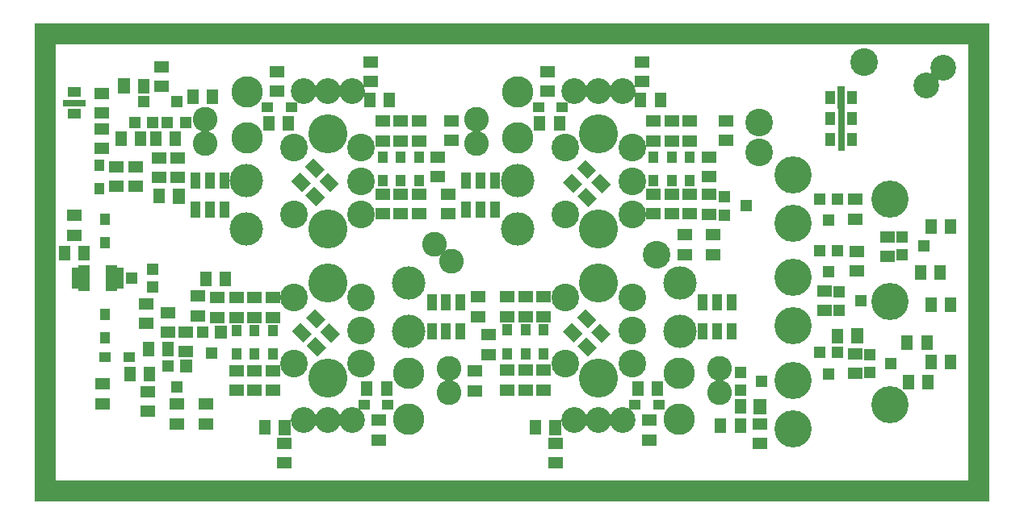
<source format=gbr>
%FSLAX34Y34*%
%MOMM*%
%LNSOLDERMASK_TOP*%
G71*
G01*
%ADD10R,1.600X1.300*%
%ADD11R,1.300X1.300*%
%ADD12R,1.300X1.600*%
%ADD13R,1.000X1.800*%
%ADD14C,3.300*%
%ADD15C,3.500*%
%ADD16R,1.250X1.100*%
%ADD17C,2.600*%
%ADD18C,4.100*%
%ADD19C,2.900*%
%ADD20R,1.100X1.250*%
%ADD21R,1.700X2.200*%
%ADD22R,1.300X2.800*%
%ADD23C,2.200*%
%ADD24R,1.400X1.100*%
%ADD25R,2.400X0.800*%
%ADD26C,2.700*%
%ADD27R,1.100X1.400*%
%ADD28R,0.800X2.400*%
%ADD29C,2.900*%
%ADD30C,3.900*%
%LPD*%
X422606Y-140888D02*
G54D10*
D03*
X422606Y-161488D02*
G54D10*
D03*
X436606Y-102888D02*
G54D10*
D03*
X436606Y-123488D02*
G54D10*
D03*
X433706Y-179766D02*
G54D10*
D03*
X433706Y-200366D02*
G54D10*
D03*
X123627Y-104377D02*
G54D11*
D03*
X104627Y-104377D02*
G54D11*
D03*
X114127Y-82177D02*
G54D11*
D03*
X90225Y-121194D02*
G54D12*
D03*
X110825Y-121194D02*
G54D12*
D03*
X69805Y-131641D02*
G54D10*
D03*
X69805Y-111041D02*
G54D10*
D03*
X158027Y-104378D02*
G54D11*
D03*
X139027Y-104378D02*
G54D11*
D03*
X148527Y-82178D02*
G54D11*
D03*
X126825Y-121194D02*
G54D12*
D03*
X147424Y-121194D02*
G54D12*
D03*
G36*
X87027Y-58177D02*
X100027Y-58177D01*
X100027Y-74177D01*
X87027Y-74177D01*
X87027Y-58177D01*
G37*
X114127Y-66177D02*
G54D12*
D03*
X132572Y-45648D02*
G54D10*
D03*
X132572Y-66248D02*
G54D10*
D03*
X130272Y-141848D02*
G54D10*
D03*
X130272Y-162448D02*
G54D10*
D03*
X149272Y-141848D02*
G54D10*
D03*
X149272Y-162448D02*
G54D10*
D03*
X130380Y-181804D02*
G54D12*
D03*
G36*
X144480Y-173804D02*
X157480Y-173804D01*
X157480Y-189804D01*
X144480Y-189804D01*
X144480Y-173804D01*
G37*
X165459Y-77194D02*
G54D12*
D03*
X186059Y-77194D02*
G54D12*
D03*
X130380Y-181804D02*
G54D12*
D03*
X114127Y-66177D02*
G54D12*
D03*
X452000Y-196000D02*
G54D13*
D03*
X452000Y-165500D02*
G54D13*
D03*
X467200Y-196000D02*
G54D13*
D03*
X467200Y-165500D02*
G54D13*
D03*
X482400Y-196000D02*
G54D13*
D03*
X482400Y-165500D02*
G54D13*
D03*
X506150Y-72550D02*
G54D14*
D03*
X506150Y-120950D02*
G54D14*
D03*
X505800Y-165300D02*
G54D15*
D03*
X505800Y-216100D02*
G54D15*
D03*
X549900Y-105400D02*
G54D12*
D03*
X529300Y-105400D02*
G54D12*
D03*
X528012Y-88433D02*
G54D16*
D03*
X552712Y-88433D02*
G54D16*
D03*
X537553Y-51153D02*
G54D10*
D03*
X537553Y-71753D02*
G54D10*
D03*
X462700Y-126700D02*
G54D17*
D03*
X462700Y-101300D02*
G54D17*
D03*
X168000Y-196000D02*
G54D13*
D03*
X168000Y-165500D02*
G54D13*
D03*
X183200Y-196000D02*
G54D13*
D03*
X183200Y-165500D02*
G54D13*
D03*
X198400Y-196000D02*
G54D13*
D03*
X198400Y-165500D02*
G54D13*
D03*
X307000Y-116000D02*
G54D18*
D03*
X307000Y-216000D02*
G54D18*
D03*
X342000Y-131000D02*
G54D19*
D03*
X272000Y-131000D02*
G54D19*
D03*
X342000Y-166000D02*
G54D19*
D03*
X272000Y-201000D02*
G54D19*
D03*
X342000Y-201000D02*
G54D19*
D03*
X222150Y-72550D02*
G54D14*
D03*
X222150Y-120950D02*
G54D14*
D03*
X221800Y-165300D02*
G54D15*
D03*
X221800Y-216100D02*
G54D15*
D03*
X265900Y-105400D02*
G54D12*
D03*
X245300Y-105400D02*
G54D12*
D03*
X244012Y-88433D02*
G54D16*
D03*
X268712Y-88433D02*
G54D16*
D03*
X253553Y-51153D02*
G54D10*
D03*
X253553Y-71753D02*
G54D10*
D03*
X371859Y-80344D02*
G54D12*
D03*
X351259Y-80344D02*
G54D12*
D03*
X352400Y-41100D02*
G54D10*
D03*
X352400Y-61700D02*
G54D10*
D03*
X364553Y-102953D02*
G54D10*
D03*
X364553Y-123553D02*
G54D10*
D03*
X364747Y-141034D02*
G54D20*
D03*
X364747Y-165734D02*
G54D20*
D03*
X364655Y-179797D02*
G54D10*
D03*
X364655Y-200397D02*
G54D10*
D03*
X364553Y-123553D02*
G54D10*
D03*
X383553Y-102953D02*
G54D10*
D03*
X383553Y-123553D02*
G54D10*
D03*
X383747Y-141034D02*
G54D20*
D03*
X383747Y-165734D02*
G54D20*
D03*
X383655Y-179797D02*
G54D10*
D03*
X383655Y-200397D02*
G54D10*
D03*
X383553Y-123553D02*
G54D10*
D03*
X402553Y-102953D02*
G54D10*
D03*
X402553Y-123553D02*
G54D10*
D03*
X402747Y-141034D02*
G54D20*
D03*
X402747Y-165734D02*
G54D20*
D03*
X402655Y-179797D02*
G54D10*
D03*
X402655Y-200397D02*
G54D10*
D03*
X402553Y-123553D02*
G54D10*
D03*
G36*
X303626Y-153438D02*
X294433Y-162631D01*
X283119Y-151317D01*
X292312Y-142125D01*
X303626Y-153438D01*
G37*
G36*
X289059Y-168005D02*
X279866Y-177198D01*
X268553Y-165884D01*
X277745Y-156691D01*
X289059Y-168005D01*
G37*
X178700Y-126700D02*
G54D17*
D03*
X178700Y-101300D02*
G54D17*
D03*
X433706Y-200366D02*
G54D10*
D03*
X422606Y-161488D02*
G54D10*
D03*
G36*
X318626Y-168439D02*
X309433Y-177631D01*
X298120Y-166317D01*
X307312Y-157125D01*
X318626Y-168439D01*
G37*
G36*
X304059Y-183005D02*
X294866Y-192198D01*
X283553Y-180884D01*
X292745Y-171691D01*
X304059Y-183005D01*
G37*
G36*
X588626Y-154437D02*
X579433Y-163630D01*
X568119Y-152316D01*
X577312Y-143124D01*
X588626Y-154437D01*
G37*
G36*
X574059Y-169004D02*
X564866Y-178196D01*
X553553Y-166882D01*
X562745Y-157690D01*
X574059Y-169004D01*
G37*
G36*
X603626Y-169437D02*
X594433Y-178630D01*
X583119Y-167316D01*
X592312Y-158123D01*
X603626Y-169437D01*
G37*
G36*
X589059Y-184004D02*
X579866Y-193196D01*
X568553Y-181882D01*
X577745Y-172690D01*
X589059Y-184004D01*
G37*
X67512Y-174214D02*
G54D20*
D03*
X67512Y-149514D02*
G54D20*
D03*
X73612Y-205788D02*
G54D20*
D03*
X73612Y-230488D02*
G54D20*
D03*
X85505Y-150847D02*
G54D10*
D03*
X85505Y-171447D02*
G54D10*
D03*
X105405Y-171641D02*
G54D10*
D03*
X105405Y-151041D02*
G54D10*
D03*
X123519Y-258600D02*
G54D11*
D03*
X123519Y-277600D02*
G54D11*
D03*
X101319Y-268100D02*
G54D11*
D03*
X84700Y-268200D02*
G54D21*
D03*
X47200Y-268200D02*
G54D21*
D03*
X80500Y-268200D02*
G54D22*
D03*
X51500Y-268200D02*
G54D22*
D03*
X51469Y-241982D02*
G54D12*
D03*
X30869Y-241982D02*
G54D12*
D03*
X41000Y-222600D02*
G54D10*
D03*
X41000Y-202000D02*
G54D10*
D03*
X105405Y-171641D02*
G54D10*
D03*
G54D23*
X11000Y-491000D02*
X11000Y-11000D01*
G36*
X0Y-491000D02*
X22000Y-491000D01*
X22000Y-502000D01*
X0Y-502000D01*
X0Y-491000D01*
G37*
G36*
X22000Y-11000D02*
X0Y-11000D01*
X0Y0D01*
X22000Y0D01*
X22000Y-11000D01*
G37*
G54D23*
X11000Y-11000D02*
X990000Y-11000D01*
G36*
X990000Y-22000D02*
X990000Y0D01*
X1001000Y0D01*
X1001000Y-22000D01*
X990000Y-22000D01*
G37*
X40896Y-72407D02*
G54D24*
D03*
X40896Y-95407D02*
G54D24*
D03*
X40896Y-83907D02*
G54D25*
D03*
X101319Y-268100D02*
G54D11*
D03*
X123519Y-277600D02*
G54D11*
D03*
X706606Y-140888D02*
G54D10*
D03*
X706606Y-161488D02*
G54D10*
D03*
X724606Y-102888D02*
G54D10*
D03*
X724606Y-123488D02*
G54D10*
D03*
X655659Y-80344D02*
G54D12*
D03*
X635059Y-80344D02*
G54D12*
D03*
X636400Y-41100D02*
G54D10*
D03*
X636400Y-61700D02*
G54D10*
D03*
X648553Y-102953D02*
G54D10*
D03*
X648553Y-123553D02*
G54D10*
D03*
X648747Y-141034D02*
G54D20*
D03*
X648747Y-165734D02*
G54D20*
D03*
X648655Y-179797D02*
G54D10*
D03*
X648655Y-200397D02*
G54D10*
D03*
X648553Y-123553D02*
G54D10*
D03*
X667553Y-102953D02*
G54D10*
D03*
X667553Y-123553D02*
G54D10*
D03*
X667747Y-141034D02*
G54D20*
D03*
X667747Y-165734D02*
G54D20*
D03*
X667655Y-179797D02*
G54D10*
D03*
X667655Y-200397D02*
G54D10*
D03*
X667553Y-123553D02*
G54D10*
D03*
X686553Y-102953D02*
G54D10*
D03*
X686553Y-123553D02*
G54D10*
D03*
X686747Y-141034D02*
G54D20*
D03*
X686747Y-165734D02*
G54D20*
D03*
X686655Y-179797D02*
G54D10*
D03*
X686655Y-200397D02*
G54D10*
D03*
X686553Y-123553D02*
G54D10*
D03*
X706606Y-161488D02*
G54D10*
D03*
X391850Y-416450D02*
G54D14*
D03*
X391850Y-368050D02*
G54D14*
D03*
X392200Y-272900D02*
G54D15*
D03*
X392200Y-323700D02*
G54D15*
D03*
X348101Y-383600D02*
G54D12*
D03*
X368701Y-383600D02*
G54D12*
D03*
X369988Y-400567D02*
G54D16*
D03*
X345288Y-400567D02*
G54D16*
D03*
X360448Y-437847D02*
G54D10*
D03*
X360448Y-417247D02*
G54D10*
D03*
X822437Y-346018D02*
G54D11*
D03*
X841437Y-346017D02*
G54D11*
D03*
X831937Y-368218D02*
G54D11*
D03*
X191324Y-309150D02*
G54D10*
D03*
X191324Y-288550D02*
G54D10*
D03*
X175874Y-324523D02*
G54D11*
D03*
G36*
X188374Y-318023D02*
X201374Y-318023D01*
X201374Y-331023D01*
X188374Y-331023D01*
X188374Y-318023D01*
G37*
X185374Y-346723D02*
G54D11*
D03*
X139415Y-360270D02*
G54D11*
D03*
G36*
X151916Y-353770D02*
X164916Y-353770D01*
X164916Y-366770D01*
X151916Y-366770D01*
X151916Y-353770D01*
G37*
X148916Y-382470D02*
G54D11*
D03*
X158501Y-324564D02*
G54D10*
D03*
X158501Y-345164D02*
G54D10*
D03*
X148809Y-420711D02*
G54D10*
D03*
X148809Y-400111D02*
G54D10*
D03*
X179394Y-420712D02*
G54D10*
D03*
X179394Y-400112D02*
G54D10*
D03*
X171229Y-307302D02*
G54D10*
D03*
X171229Y-286702D02*
G54D10*
D03*
X139129Y-324602D02*
G54D10*
D03*
X139129Y-304002D02*
G54D10*
D03*
X199642Y-268587D02*
G54D12*
D03*
X179042Y-268587D02*
G54D12*
D03*
X139497Y-342592D02*
G54D12*
D03*
X118897Y-342592D02*
G54D12*
D03*
X241141Y-424556D02*
G54D12*
D03*
G36*
X255241Y-416556D02*
X268241Y-416556D01*
X268241Y-432556D01*
X255241Y-432556D01*
X255241Y-416556D01*
G37*
X261600Y-461800D02*
G54D10*
D03*
X261600Y-441200D02*
G54D10*
D03*
X249448Y-385947D02*
G54D10*
D03*
X249448Y-365347D02*
G54D10*
D03*
X249253Y-347866D02*
G54D20*
D03*
X249253Y-323166D02*
G54D20*
D03*
X249345Y-309103D02*
G54D10*
D03*
X249345Y-288503D02*
G54D10*
D03*
X249448Y-365347D02*
G54D10*
D03*
X230448Y-385947D02*
G54D10*
D03*
X230448Y-365347D02*
G54D10*
D03*
X230253Y-347866D02*
G54D20*
D03*
X230253Y-323166D02*
G54D20*
D03*
X230345Y-309103D02*
G54D10*
D03*
X230345Y-288503D02*
G54D10*
D03*
X230448Y-365347D02*
G54D10*
D03*
X211448Y-385947D02*
G54D10*
D03*
X211448Y-365347D02*
G54D10*
D03*
X211253Y-347866D02*
G54D20*
D03*
X211253Y-323166D02*
G54D20*
D03*
X211345Y-309103D02*
G54D10*
D03*
X211345Y-288503D02*
G54D10*
D03*
X211448Y-365347D02*
G54D10*
D03*
X179042Y-268587D02*
G54D12*
D03*
X148809Y-400111D02*
G54D10*
D03*
X73840Y-350463D02*
G54D16*
D03*
X98540Y-350463D02*
G54D16*
D03*
X73612Y-330314D02*
G54D20*
D03*
X73612Y-305614D02*
G54D20*
D03*
X71006Y-399641D02*
G54D10*
D03*
X71006Y-379041D02*
G54D10*
D03*
X120047Y-368847D02*
G54D12*
D03*
X99447Y-368847D02*
G54D12*
D03*
X118093Y-407557D02*
G54D10*
D03*
X118093Y-386957D02*
G54D10*
D03*
X71006Y-379041D02*
G54D10*
D03*
G54D23*
X11000Y-491000D02*
X990000Y-491000D01*
G36*
X11000Y-480000D02*
X11000Y-502000D01*
X0Y-502000D01*
X0Y-480000D01*
X11000Y-480000D01*
G37*
G36*
X990000Y-502000D02*
X990000Y-480000D01*
X1001000Y-480000D01*
X1001000Y-502000D01*
X990000Y-502000D01*
G37*
X118093Y-386957D02*
G54D10*
D03*
G54D23*
X990000Y-11000D02*
X990000Y-491000D01*
X934720Y-65180D02*
G54D26*
D03*
X952680Y-47220D02*
G54D26*
D03*
X436468Y-250468D02*
G54D17*
D03*
X418507Y-232507D02*
G54D17*
D03*
X117000Y-315600D02*
G54D10*
D03*
X117000Y-295000D02*
G54D10*
D03*
X117000Y-295000D02*
G54D10*
D03*
X833911Y-122285D02*
G54D27*
D03*
X856911Y-122285D02*
G54D27*
D03*
X845411Y-122285D02*
G54D28*
D03*
X856912Y-78285D02*
G54D27*
D03*
X833912Y-78285D02*
G54D27*
D03*
G36*
X841411Y-66285D02*
X849411Y-66285D01*
X849412Y-90285D01*
X841412Y-90285D01*
X841411Y-66285D01*
G37*
X856912Y-100285D02*
G54D27*
D03*
X833912Y-100285D02*
G54D27*
D03*
X845411Y-100285D02*
G54D28*
D03*
X869412Y-40569D02*
G54D29*
D03*
X759426Y-104069D02*
G54D29*
D03*
X51469Y-241982D02*
G54D12*
D03*
X616380Y-71723D02*
G54D26*
D03*
X590980Y-71723D02*
G54D26*
D03*
X565580Y-71723D02*
G54D26*
D03*
X332380Y-71723D02*
G54D26*
D03*
X306980Y-71723D02*
G54D26*
D03*
X281580Y-71723D02*
G54D26*
D03*
X281620Y-417277D02*
G54D26*
D03*
X307020Y-417277D02*
G54D26*
D03*
X332420Y-417277D02*
G54D26*
D03*
X69974Y-73830D02*
G54D10*
D03*
X69974Y-94430D02*
G54D10*
D03*
X416000Y-324000D02*
G54D13*
D03*
X416000Y-293500D02*
G54D13*
D03*
X431200Y-324000D02*
G54D13*
D03*
X431200Y-293500D02*
G54D13*
D03*
X446400Y-324000D02*
G54D13*
D03*
X446400Y-293500D02*
G54D13*
D03*
X464906Y-287766D02*
G54D10*
D03*
X464906Y-308366D02*
G54D10*
D03*
X475394Y-348112D02*
G54D10*
D03*
X475394Y-327512D02*
G54D10*
D03*
X461394Y-386112D02*
G54D10*
D03*
X461394Y-365512D02*
G54D10*
D03*
X533408Y-385210D02*
G54D10*
D03*
X533408Y-364610D02*
G54D10*
D03*
X533214Y-347129D02*
G54D20*
D03*
X533214Y-322429D02*
G54D20*
D03*
X533306Y-308366D02*
G54D10*
D03*
X533306Y-287766D02*
G54D10*
D03*
X533408Y-364610D02*
G54D10*
D03*
X514408Y-385210D02*
G54D10*
D03*
X514408Y-364610D02*
G54D10*
D03*
X514214Y-347129D02*
G54D20*
D03*
X514214Y-322429D02*
G54D20*
D03*
X514306Y-308366D02*
G54D10*
D03*
X514306Y-287766D02*
G54D10*
D03*
X514408Y-364610D02*
G54D10*
D03*
X495408Y-385210D02*
G54D10*
D03*
X495408Y-364610D02*
G54D10*
D03*
X495214Y-347129D02*
G54D20*
D03*
X495214Y-322429D02*
G54D20*
D03*
X495306Y-308366D02*
G54D10*
D03*
X495306Y-287766D02*
G54D10*
D03*
X495408Y-364610D02*
G54D10*
D03*
G36*
X588626Y-311529D02*
X579434Y-320722D01*
X568120Y-309408D01*
X577313Y-300215D01*
X588626Y-311529D01*
G37*
G36*
X574059Y-326096D02*
X564867Y-335288D01*
X553553Y-323974D01*
X562746Y-314782D01*
X574059Y-326096D01*
G37*
G36*
X603626Y-326529D02*
X594434Y-335722D01*
X583120Y-324408D01*
X592313Y-315215D01*
X603626Y-326529D01*
G37*
G36*
X589060Y-341096D02*
X579867Y-350288D01*
X568553Y-338975D01*
X577746Y-329782D01*
X589060Y-341096D01*
G37*
X433901Y-362300D02*
G54D17*
D03*
X433900Y-387700D02*
G54D17*
D03*
X675850Y-416450D02*
G54D14*
D03*
X675850Y-368050D02*
G54D14*
D03*
X676200Y-272900D02*
G54D15*
D03*
X676200Y-323700D02*
G54D15*
D03*
X632101Y-383600D02*
G54D12*
D03*
X652701Y-383600D02*
G54D12*
D03*
X653988Y-400567D02*
G54D16*
D03*
X629288Y-400567D02*
G54D16*
D03*
X644448Y-437847D02*
G54D10*
D03*
X644448Y-417247D02*
G54D10*
D03*
X525141Y-424556D02*
G54D12*
D03*
G36*
X539241Y-416556D02*
X552241Y-416556D01*
X552241Y-432556D01*
X539241Y-432556D01*
X539241Y-416556D01*
G37*
X545600Y-461800D02*
G54D10*
D03*
X545600Y-441200D02*
G54D10*
D03*
X565620Y-417277D02*
G54D26*
D03*
X591020Y-417277D02*
G54D26*
D03*
X616420Y-417277D02*
G54D26*
D03*
X700000Y-324000D02*
G54D13*
D03*
X700000Y-293500D02*
G54D13*
D03*
X715200Y-324000D02*
G54D13*
D03*
X715200Y-293500D02*
G54D13*
D03*
X730400Y-324000D02*
G54D13*
D03*
X730400Y-293500D02*
G54D13*
D03*
X717901Y-362300D02*
G54D17*
D03*
X717900Y-387700D02*
G54D17*
D03*
X822437Y-239218D02*
G54D11*
D03*
X841437Y-239217D02*
G54D11*
D03*
X831937Y-261418D02*
G54D11*
D03*
X822437Y-184818D02*
G54D11*
D03*
X841437Y-184817D02*
G54D11*
D03*
X831937Y-207018D02*
G54D11*
D03*
X841665Y-328694D02*
G54D12*
D03*
G36*
X855765Y-320694D02*
X868765Y-320694D01*
X868765Y-336694D01*
X855765Y-336694D01*
X855765Y-320694D01*
G37*
X861712Y-239746D02*
G54D10*
D03*
X861712Y-260347D02*
G54D10*
D03*
X859712Y-185146D02*
G54D10*
D03*
X859712Y-205746D02*
G54D10*
D03*
X794937Y-318218D02*
G54D30*
D03*
X794937Y-267418D02*
G54D30*
D03*
X896537Y-292818D02*
G54D30*
D03*
X794937Y-426218D02*
G54D30*
D03*
X794937Y-375418D02*
G54D30*
D03*
X896537Y-400818D02*
G54D30*
D03*
X794937Y-210218D02*
G54D30*
D03*
X794937Y-159418D02*
G54D30*
D03*
X896537Y-184818D02*
G54D30*
D03*
X875413Y-367337D02*
G54D11*
D03*
X875412Y-348337D02*
G54D11*
D03*
X897613Y-357837D02*
G54D11*
D03*
X960058Y-355793D02*
G54D12*
D03*
X939458Y-355793D02*
G54D12*
D03*
X859688Y-368109D02*
G54D10*
D03*
X859688Y-347510D02*
G54D10*
D03*
X916015Y-377190D02*
G54D12*
D03*
X936615Y-377190D02*
G54D12*
D03*
X843413Y-301337D02*
G54D11*
D03*
X843412Y-282337D02*
G54D11*
D03*
X865613Y-291837D02*
G54D11*
D03*
X827688Y-302109D02*
G54D10*
D03*
X827688Y-281510D02*
G54D10*
D03*
X909413Y-243337D02*
G54D11*
D03*
X909413Y-224337D02*
G54D11*
D03*
X931613Y-233837D02*
G54D11*
D03*
X893688Y-244909D02*
G54D10*
D03*
X893688Y-224310D02*
G54D10*
D03*
X960058Y-295793D02*
G54D12*
D03*
X939458Y-295793D02*
G54D12*
D03*
X960058Y-213793D02*
G54D12*
D03*
X939458Y-213793D02*
G54D12*
D03*
X935072Y-335819D02*
G54D12*
D03*
X914472Y-335819D02*
G54D12*
D03*
X949072Y-261819D02*
G54D12*
D03*
X928472Y-261819D02*
G54D12*
D03*
X681698Y-242948D02*
G54D10*
D03*
X681698Y-222348D02*
G54D10*
D03*
X723196Y-201426D02*
G54D11*
D03*
X723196Y-182426D02*
G54D11*
D03*
X745396Y-191926D02*
G54D11*
D03*
X706506Y-200681D02*
G54D10*
D03*
X706506Y-180081D02*
G54D10*
D03*
X711298Y-242948D02*
G54D10*
D03*
X711298Y-222348D02*
G54D10*
D03*
X739400Y-422400D02*
G54D12*
D03*
X718800Y-422400D02*
G54D12*
D03*
X739400Y-385800D02*
G54D11*
D03*
X739400Y-366800D02*
G54D11*
D03*
X761600Y-376300D02*
G54D11*
D03*
X739400Y-402800D02*
G54D12*
D03*
G36*
X753500Y-394800D02*
X766500Y-394800D01*
X766500Y-410800D01*
X753500Y-410800D01*
X753500Y-394800D01*
G37*
X760000Y-420800D02*
G54D10*
D03*
X760000Y-441400D02*
G54D10*
D03*
X759281Y-135458D02*
G54D29*
D03*
X651518Y-243220D02*
G54D29*
D03*
X591000Y-116000D02*
G54D18*
D03*
X591000Y-216000D02*
G54D18*
D03*
X626000Y-131000D02*
G54D19*
D03*
X556000Y-131000D02*
G54D19*
D03*
X626000Y-166000D02*
G54D19*
D03*
X556000Y-201000D02*
G54D19*
D03*
X626000Y-201000D02*
G54D19*
D03*
X591000Y-273000D02*
G54D18*
D03*
X591000Y-373000D02*
G54D18*
D03*
X626000Y-288000D02*
G54D19*
D03*
X556000Y-288000D02*
G54D19*
D03*
X626000Y-323000D02*
G54D19*
D03*
X556000Y-358000D02*
G54D19*
D03*
X626000Y-358000D02*
G54D19*
D03*
G36*
X304626Y-311529D02*
X295434Y-320722D01*
X284120Y-309408D01*
X293313Y-300216D01*
X304626Y-311529D01*
G37*
G36*
X290059Y-326096D02*
X280867Y-335288D01*
X269553Y-323974D01*
X278746Y-314782D01*
X290059Y-326096D01*
G37*
G36*
X319626Y-326529D02*
X310434Y-335722D01*
X299120Y-324408D01*
X308312Y-315215D01*
X319626Y-326529D01*
G37*
G36*
X305060Y-341096D02*
X295867Y-350288D01*
X284553Y-338975D01*
X293746Y-329782D01*
X305060Y-341096D01*
G37*
X307000Y-273000D02*
G54D18*
D03*
X307000Y-373000D02*
G54D18*
D03*
X342000Y-288000D02*
G54D19*
D03*
X272000Y-288000D02*
G54D19*
D03*
X342000Y-323000D02*
G54D19*
D03*
X272000Y-358000D02*
G54D19*
D03*
X342000Y-358000D02*
G54D19*
D03*
M02*

</source>
